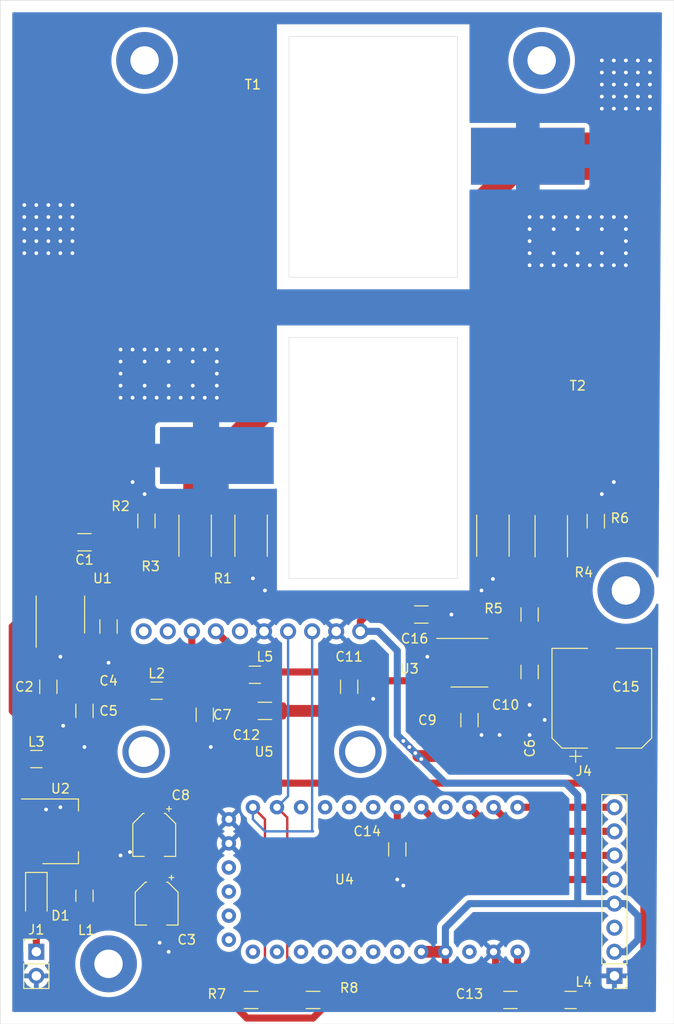
<source format=kicad_pcb>
(kicad_pcb (version 20211014) (generator pcbnew)
  (title_block (title "SWR/Power Meter") (date "15/07/2024") (rev "2") (comment 1 "Richard Hosking ") (comment 2 "VK3BFX") (comment 3 "Added ADS1115 ADC"))
  (layers (0 "F.Cu" signal) (31 "B.Cu" signal) (34 "B.Paste" user) (35 "F.Paste" user) (36 "B.SilkS" user "B.Silkscreen") (37 "F.SilkS" user "F.Silkscreen") (38 "B.Mask" user) (39 "F.Mask" user) (44 "Edge.Cuts" user))
  (net 0 "")
  (net 12 "/3V3")
  (net 13 "Net-(R8-Pad2)")
  (net 14 "Net-(R4-Pad1)")
  (net 15 "Net-(R1-Pad1)")
  (net 17 "Net-(J3-Pad1)")
  (net 18 "Net-(J2-Pad1)")
  (net 19 "Net-(D1-Pad2)")
  (net 20 "Net-(D1-Pad1)")
  (net 21 "Net-(C9-Pad1)")
  (net 22 "Net-(C8-Pad1)")
  (net 23 "Net-(C6-Pad2)")
  (net 24 "Net-(C6-Pad1)")
  (net 25 "Net-(C5-Pad1)")
  (net 26 "Net-(C3-Pad1)")
  (net 27 "Net-(C2-Pad1)")
  (net 28 "Net-(C14-Pad1)")
  (net 29 "Net-(C13-Pad1)")
  (net 30 "Net-(C11-Pad1)")
  (net 31 "Net-(C1-Pad2)")
  (net 32 "Net-(C1-Pad1)")
  (net 33 "GND")
  (net 35 "/SCLK")
  (net 37 "/Reverse")
  (net 42 "/Forward")
  (net 43 "/DisplaySelect")
  (net 44 "/DisplayReset")
  (net 45 "Net-(R7-Pad2)")
  (net 46 "/Data")
  (net 48 "+5V")
  (footprint "Capacitor_SMD:C_1206_3216Metric_Pad1.33x1.80mm_HandSolder" (layer "F.Cu") (at 101.6 101.6 180)
    (fp_text reference "C1")
    (fp_text value "100n" hide)
  )
  (footprint "Capacitor_SMD:C_1206_3216Metric_Pad1.33x1.80mm_HandSolder" (layer "F.Cu") (at 97.79 116.84 -90)
    (fp_text reference "C2")
    (fp_text value "100n" hide)
  )
  (footprint "Capacitor_SMD:CP_Elec_4x5.4" (layer "F.Cu") (at 109.22 139.7 -90)
    (fp_text reference "C3")
    (fp_text value "10u" hide)
  )
  (footprint "Capacitor_SMD:C_1206_3216Metric_Pad1.33x1.80mm_HandSolder" (layer "F.Cu") (at 104.14 110.49 -90)
    (fp_text reference "C4")
    (fp_text value "100n" hide)
  )
  (footprint "Capacitor_SMD:C_1206_3216Metric_Pad1.33x1.80mm_HandSolder" (layer "F.Cu") (at 101.6 119.38 -90)
    (fp_text reference "C5")
    (fp_text value "1n" hide)
  )
  (footprint "Capacitor_SMD:C_1206_3216Metric_Pad1.33x1.80mm_HandSolder" (layer "F.Cu") (at 148.59 109.22 -90)
    (fp_text reference "C6")
    (fp_text value "100n" hide)
  )
  (footprint "Capacitor_SMD:CP_Elec_4x5.4" (layer "F.Cu") (at 108.966 132.461 -90)
    (fp_text reference "C8")
    (fp_text value "10u" hide)
  )
  (footprint "Capacitor_SMD:C_1206_3216Metric_Pad1.33x1.80mm_HandSolder" (layer "F.Cu") (at 142.24 120.3575 -90)
    (fp_text reference "C9")
    (fp_text value "100n" hide)
  )
  (footprint "Capacitor_SMD:C_1206_3216Metric_Pad1.33x1.80mm_HandSolder" (layer "F.Cu") (at 148.59 115.2775 -90)
    (fp_text reference "C10")
    (fp_text value "100n" hide)
  )
  (footprint "Capacitor_SMD:C_1206_3216Metric_Pad1.33x1.80mm_HandSolder" (layer "F.Cu") (at 120.65 119.38)
    (fp_text reference "C12")
    (fp_text value "1n" hide)
  )
  (footprint "Capacitor_SMD:C_1206_3216Metric_Pad1.33x1.80mm_HandSolder" (layer "F.Cu") (at 146.5625 149.86 180)
    (fp_text reference "C13")
    (fp_text value "100n" hide)
  )
  (footprint "Capacitor_SMD:C_1206_3216Metric_Pad1.33x1.80mm_HandSolder" (layer "F.Cu") (at 134.62 133.985 -90)
    (fp_text reference "C14")
    (fp_text value "100n" hide)
  )
  (footprint "Capacitor_SMD:CP_Elec_10x10" (layer "F.Cu") (at 156.21 118.0465 90)
    (fp_text reference "C15")
    (fp_text value "220u")
  )
  (footprint "Diode_SMD:D_1206_3216Metric_Pad1.42x1.75mm_HandSolder" (layer "F.Cu") (at 96.52 138.8745 -90)
    (fp_text reference "D1")
    (fp_text value "1N4001" hide)
  )
  (footprint "Connector_PinHeader_2.54mm:PinHeader_1x02_P2.54mm_Vertical" (layer "F.Cu") (at 96.52 144.78)
    (fp_text reference "J1")
    (fp_text value "Power")
  )
  (footprint "Connector_PinHeader_2.54mm:PinHeader_1x08_P2.54mm_Vertical" (layer "F.Cu") (at 157.5435 147.32 180)
    (fp_text reference "J4")
    (fp_text value "Display")
  )
  (footprint "Inductor_SMD:L_1206_3216Metric_Pad1.42x1.75mm_HandSolder" (layer "F.Cu") (at 101.6 138.8745 90)
    (fp_text reference "L1")
    (fp_text value "100uH" hide)
  )
  (footprint "Inductor_SMD:L_1206_3216Metric_Pad1.42x1.75mm_HandSolder" (layer "F.Cu") (at 96.52 124.46)
    (fp_text reference "L3")
    (fp_text value "100uH" hide)
  )
  (footprint "Inductor_SMD:L_1206_3216Metric_Pad1.42x1.75mm_HandSolder" (layer "F.Cu") (at 152.9125 149.86 180)
    (fp_text reference "L4")
    (fp_text value "100uH" hide)
  )
  (footprint "Inductor_SMD:L_1206_3216Metric_Pad1.42x1.75mm_HandSolder" (layer "F.Cu") (at 119.5975 115.57 180)
    (fp_text reference "L5")
    (fp_text value "100uH" hide)
  )
  (footprint "Resistor_SMD:R_2512_6332Metric_Pad1.40x3.35mm_HandSolder" (layer "F.Cu") (at 119.1895 100.9015 -90)
    (fp_text reference "R1")
    (fp_text value "56R 1W")
  )
  (footprint "Resistor_SMD:R_1206_3216Metric_Pad1.30x1.75mm_HandSolder" (layer "F.Cu") (at 108.1405 99.3515 90)
    (fp_text reference "R2")
    (fp_text value "56R" hide)
  )
  (footprint "Resistor_SMD:R_2512_6332Metric_Pad1.40x3.35mm_HandSolder" (layer "F.Cu") (at 113.284 100.9015 -90)
    (fp_text reference "R3")
    (fp_text value "510R 1W")
  )
  (footprint "Resistor_SMD:R_2512_6332Metric_Pad1.40x3.35mm_HandSolder" (layer "F.Cu") (at 150.876 100.965 -90)
    (fp_text reference "R4")
    (fp_text value "510R 1W" hide)
  )
  (footprint "Resistor_SMD:R_2512_6332Metric_Pad1.40x3.35mm_HandSolder" (layer "F.Cu") (at 144.7165 100.9015 90)
    (fp_text reference "R5")
    (fp_text value "56R 1W" hide)
  )
  (footprint "Resistor_SMD:R_1206_3216Metric_Pad1.30x1.75mm_HandSolder" (layer "F.Cu") (at 155.575 99.3775 -90)
    (fp_text reference "R6")
    (fp_text value "56R" hide)
  )
  (footprint "SWRBridge:SWRVoltageTransformer" (layer "F.Cu") (at 131.8895 60.8965)
    (fp_text reference "T1")
    (fp_text value "1:24T")
  )
  (footprint "SWRBridge:SWRVoltageTransformer" (layer "F.Cu") (at 132.08 92.456 180)
    (fp_text reference "T2")
    (fp_text value "1:24T")
  )
  (footprint "Package_SO:SO-8_3.9x4.9mm_P1.27mm" (layer "F.Cu") (at 99.06 109.22 90)
    (fp_text reference "U1")
    (fp_text value "AD8307")
  )
  (footprint "Package_TO_SOT_SMD:SOT-223-3_TabPin2" (layer "F.Cu") (at 99.06 132.08)
    (fp_text reference "U2")
    (fp_text value "AP1117-50")
  )
  (footprint "Package_SO:SO-8_3.9x4.9mm_P1.27mm" (layer "F.Cu") (at 142.24 114.3)
    (fp_text reference "U3")
    (fp_text value "AD8307")
  )
  (footprint "SWRBridge:AdafruitTrinketPro3V3" (layer "F.Cu") (at 129.54 137.16 -90)
    (fp_text reference "U4")
    (fp_text value "AdafruitProTrinket3V3")
  )
  (footprint "SWRBridge:Pad" (layer "F.Cu") (at 98.171 60.96 180)
    (fp_text reference "J2" hide)
    (fp_text value "Input" hide)
  )
  (footprint "SWRBridge:Pad" (layer "F.Cu") (at 159.004 61.0235)
    (fp_text reference "J3" hide)
    (fp_text value "Antenna" hide)
  )
  (footprint "Resistor_SMD:R_1206_3216Metric" (layer "F.Cu") (at 119.1875 149.86)
    (fp_text reference "R7")
    (fp_text value "4K7" hide)
  )
  (footprint "Capacitor_SMD:C_1206_3216Metric_Pad1.33x1.80mm_HandSolder" (layer "F.Cu") (at 129.54 116.84 -90)
    (fp_text reference "C11")
    (fp_text value "1n" hide)
  )
  (footprint "Capacitor_SMD:C_1206_3216Metric_Pad1.33x1.80mm_HandSolder" (layer "F.Cu") (at 137.16 109.22)
    (fp_text reference "C16")
    (fp_text value "100n" hide)
  )
  (footprint "Module:ADS1115Module" (layer "F.Cu") (at 133.255 108.4515 180)
    (fp_text reference "U5")
    (fp_text value "ADS1115Module")
  )
  (footprint "Resistor_SMD:R_1206_3216Metric" (layer "F.Cu") (at 125.73 149.86 180)
    (fp_text reference "R8")
    (fp_text value "4K7" hide)
  )
  (footprint "Inductor_SMD:L_1206_3216Metric_Pad1.42x1.75mm_HandSolder" (layer "F.Cu") (at 109.22 117.2465)
    (fp_text reference "L2")
    (fp_text value "100uH" hide)
  )
  (footprint "Capacitor_SMD:C_1206_3216Metric_Pad1.33x1.80mm_HandSolder" (layer "F.Cu") (at 114.3 119.7865 -90)
    (fp_text reference "C7")
    (fp_text value "1n" hide)
  )
  (gr_line (start 123.19 105.41) (end 123.19 80.01) (layer "Edge.Cuts") (width 0.05))
  (gr_line (start 140.97 48.26) (end 123.19 48.26) (layer "Edge.Cuts") (width 0.05))
  (gr_line (start 163.83 44.45) (end 92.71 44.45) (layer "Edge.Cuts") (width 0.05))
  (gr_line (start 92.71 152.4) (end 93.98 152.4) (layer "Edge.Cuts") (width 0.05))
  (gr_line (start 163.83 152.4) (end 163.83 44.45) (layer "Edge.Cuts") (width 0.05))
  (gr_line (start 123.19 73.66) (end 140.97 73.66) (layer "Edge.Cuts") (width 0.05))
  (gr_line (start 93.98 152.4) (end 163.83 152.4) (layer "Edge.Cuts") (width 0.05))
  (gr_line (start 123.19 80.01) (end 140.97 80.01) (layer "Edge.Cuts") (width 0.05))
  (gr_line (start 92.71 44.45) (end 92.71 152.4) (layer "Edge.Cuts") (width 0.05))
  (gr_line (start 140.97 80.01) (end 140.97 105.41) (layer "Edge.Cuts") (width 0.05))
  (gr_line (start 140.97 73.66) (end 140.97 48.26) (layer "Edge.Cuts") (width 0.05))
  (gr_line (start 123.19 48.26) (end 123.19 73.66) (layer "Edge.Cuts") (width 0.05))
  (gr_line (start 140.97 105.41) (end 123.19 105.41) (layer "Edge.Cuts") (width 0.05))
  (via (at 149.86 50.8) (size 6) (drill 3) (layers "F.Cu" "B.Cu") (net 0))
  (via (at 158.75 106.68) (size 6) (drill 3) (layers "F.Cu" "B.Cu") (net 0))
  (via (at 107.95 50.8) (size 6) (drill 3) (layers "F.Cu" "B.Cu") (net 0))
  (via (at 104.14 146.05) (size 6) (drill 3) (layers "F.Cu" "B.Cu") (net 0))
  (segment (start 127.1925 149.86) (end 127.1925 150.3025) (width 0.75) (layer "F.Cu") (net 12))
  (segment (start 137.795 149.86) (end 127.1925 149.86) (width 0.75) (layer "F.Cu") (net 12))
  (segment (start 136.525 123.825) (end 135.89 123.19) (width 0.75) (layer "F.Cu") (net 12))
  (segment (start 131.445 109.22) (end 135.5975 109.22) (width 0.75) (layer "F.Cu") (net 12))
  (segment (start 139.7 144.78) (end 139.7 147.955) (width 0.75) (layer "F.Cu") (net 12))
  (segment (start 139.7 147.955) (end 137.795 149.86) (width 0.75) (layer "F.Cu") (net 12))
  (segment (start 136.8425 124.1425) (end 136.525 123.825) (width 0.75) (layer "F.Cu") (net 12))
  (segment (start 130.715 109.95) (end 131.445 109.22) (width 0.75) (layer "F.Cu") (net 12))
  (segment (start 136.8425 124.1425) (end 154.114 124.1425) (width 1.25) (layer "F.Cu") (net 12))
  (segment (start 154.114 124.1425) (end 156.21 122.0465) (width 1.25) (layer "F.Cu") (net 12))
  (segment (start 135.89 123.19) (end 135.255 122.555) (width 0.75) (layer "F.Cu") (net 12))
  (segment (start 130.715 110.9915) (end 130.715 109.95) (width 0.75) (layer "F.Cu") (net 12))
  (segment (start 125.73 151.765) (end 118.745 151.765) (width 0.75) (layer "F.Cu") (net 12))
  (segment (start 137.16 124.46) (end 136.8425 124.1425) (width 0.75) (layer "F.Cu") (net 12))
  (segment (start 137.795 125.095) (end 137.16 124.46) (width 0.75) (layer "F.Cu") (net 12))
  (segment (start 118.745 151.765) (end 117.725 150.745) (width 0.75) (layer "F.Cu") (net 12))
  (segment (start 137.16 144.78) (end 139.7 144.78) (width 1.25) (layer "F.Cu") (net 12))
  (segment (start 117.725 150.745) (end 117.725 149.86) (width 0.75) (layer "F.Cu") (net 12))
  (segment (start 127.1925 150.3025) (end 125.73 151.765) (width 0.75) (layer "F.Cu") (net 12))
  (segment (start 135.255 122.555) (end 134.9375 122.2375) (width 0.75) (layer "F.Cu") (net 12))
  (via (at 135.255 122.555) (size 0.8) (drill 0.4) (layers "F.Cu" "B.Cu") (net 12))
  (via (at 136.525 123.825) (size 0.8) (drill 0.4) (layers "F.Cu" "B.Cu") (net 12))
  (via (at 137.16 124.46) (size 0.8) (drill 0.4) (layers "F.Cu" "B.Cu") (net 12))
  (via (at 135.89 123.19) (size 0.8) (drill 0.4) (layers "F.Cu" "B.Cu") (net 12))
  (segment (start 153.67 139.7) (end 157.5435 139.7) (width 0.75) (layer "B.Cu") (net 12))
  (segment (start 158.75 139.7) (end 157.5435 139.7) (width 0.75) (layer "B.Cu") (net 12))
  (segment (start 130.715 110.9915) (end 132.5815 110.9915) (width 0.75) (layer "B.Cu") (net 12))
  (segment (start 160.02 140.97) (end 158.75 139.7) (width 0.75) (layer "B.Cu") (net 12))
  (segment (start 134.62 121.92) (end 135.255 122.555) (width 0.75) (layer "B.Cu") (net 12))
  (segment (start 152.4 127) (end 153.67 128.27) (width 0.75) (layer "B.Cu") (net 12))
  (segment (start 134.62 113.03) (end 134.62 121.92) (width 0.75) (layer "B.Cu") (net 12))
  (segment (start 160.02 143.51) (end 160.02 140.97) (width 0.75) (layer "B.Cu") (net 12))
  (segment (start 139.7 144.78) (end 139.7 142.24) (width 0.75) (layer "B.Cu") (net 12))
  (segment (start 132.5815 110.9915) (end 134.62 113.03) (width 0.75) (layer "B.Cu") (net 12))
  (segment (start 157.5435 144.78) (end 158.75 144.78) (width 0.75) (layer "B.Cu") (net 12))
  (segment (start 142.24 139.7) (end 153.67 139.7) (width 0.75) (layer "B.Cu") (net 12))
  (segment (start 135.255 122.555) (end 135.89 123.19) (width 0.75) (layer "B.Cu") (net 12))
  (segment (start 158.75 144.78) (end 160.02 143.51) (width 0.75) (layer "B.Cu") (net 12))
  (segment (start 139.7 127) (end 152.4 127) (width 0.75) (layer "B.Cu") (net 12))
  (segment (start 139.7 142.24) (end 142.24 139.7) (width 0.75) (layer "B.Cu") (net 12))
  (segment (start 135.89 123.19) (end 139.7 127) (width 0.75) (layer "B.Cu") (net 12))
  (segment (start 153.67 128.27) (end 153.67 139.7) (width 0.75) (layer "B.Cu") (net 12))
  (segment (start 123.006511 130.626511) (end 121.92 129.54) (width 0.25) (layer "F.Cu") (net 13))
  (segment (start 124.2675 147.763962) (end 123.006511 146.502973) (width 0.25) (layer "F.Cu") (net 13))
  (segment (start 123.006511 146.502973) (end 123.006511 130.626511) (width 0.25) (layer "F.Cu") (net 13))
  (segment (start 124.2675 149.86) (end 124.2675 147.763962) (width 0.25) (layer "F.Cu") (net 13))
  (segment (start 123.095 128.365) (end 121.92 129.54) (width 0.25) (layer "B.Cu") (net 13))
  (segment (start 123.095 110.9915) (end 123.095 128.365) (width 0.25) (layer "B.Cu") (net 13))
  (segment (start 144.7165 97.8515) (end 150.876 97.8515) (width 2.5) (layer "F.Cu") (net 14))
  (segment (start 150.876 97.8515) (end 150.876 94.742) (width 2.5) (layer "F.Cu") (net 14))
  (segment (start 150.876 94.742) (end 148.59 92.456) (width 2.5) (layer "F.Cu") (net 14))
  (segment (start 120.65 87.63) (end 120.65 75.057) (width 2.5) (layer "F.Cu") (net 15))
  (segment (start 115.824 92.456) (end 120.65 87.63) (width 2.5) (layer "F.Cu") (net 15))
  (segment (start 113.284 94.742) (end 115.57 92.456) (width 2.5) (layer "F.Cu") (net 15))
  (segment (start 120.65 75.057) (end 117.9195 72.3265) (width 2.5) (layer "F.Cu") (net 15))
  (segment (start 115.57 92.456) (end 115.824 92.456) (width 2.5) (layer "F.Cu") (net 15))
  (segment (start 113.284 97.8515) (end 113.284 94.742) (width 2.5) (layer "F.Cu") (net 15))
  (segment (start 113.284 97.8515) (end 119.1895 97.8515) (width 2.5) (layer "F.Cu") (net 15))
  (segment (start 143.51 78.74) (end 143.51 65.786) (width 2.5) (layer "F.Cu") (net 17))
  (segment (start 146.05 81.026) (end 145.796 81.026) (width 2.5) (layer "F.Cu") (net 17))
  (segment (start 158.877 60.8965) (end 159.004 61.0235) (width 5) (layer "F.Cu") (net 17))
  (segment (start 148.3995 60.8965) (end 158.877 60.8965) (width 5) (layer "F.Cu") (net 17))
  (segment (start 143.51 65.786) (end 148.3995 60.8965) (width 2.5) (layer "F.Cu") (net 17))
  (segment (start 145.796 81.026) (end 143.51 78.74) (width 2.5) (layer "F.Cu") (net 17))
  (segment (start 98.2345 60.8965) (end 115.3795 60.8965) (width 5) (layer "F.Cu") (net 18))
  (segment (start 98.171 60.96) (end 98.2345 60.8965) (width 5) (layer "F.Cu") (net 18))
  (segment (start 96.52 144.78) (end 96.52 140.362) (width 0.75) (layer "F.Cu") (net 19))
  (segment (start 98.017 137.387) (end 100.992 140.362) (width 0.75) (layer "F.Cu") (net 20))
  (segment (start 100.992 140.362) (end 101.6 140.362) (width 0.75) (layer "F.Cu") (net 20))
  (segment (start 96.52 137.387) (end 98.017 137.387) (width 0.75) (layer "F.Cu") (net 20))
  (segment (start 141.11452 113.214894) (end 141.11452 114.44452) (width 0.75) (layer "F.Cu") (net 21))
  (segment (start 139.665 112.395) (end 140.294626 112.395) (width 0.75) (layer "F.Cu") (net 21))
  (segment (start 141.11452 114.44452) (end 142.24 115.57) (width 0.75) (layer "F.Cu") (net 21))
  (segment (start 142.24 115.57) (end 142.24 118.795) (width 0.75) (layer "F.Cu") (net 21))
  (segment (start 140.294626 112.395) (end 141.11452 113.214894) (width 0.75) (layer "F.Cu") (net 21))
  (segment (start 102.21 128.88) (end 100.33 127) (width 0.75) (layer "F.Cu") (net 22))
  (segment (start 95.0325 125.5125) (end 95.0325 124.46) (width 0.75) (layer "F.Cu") (net 22))
  (segment (start 102.21 132.08) (end 102.87 132.08) (width 0.75) (layer "F.Cu") (net 22))
  (segment (start 104.289 130.661) (end 108.966 130.661) (width 0.75) (layer "F.Cu") (net 22))
  (segment (start 95.91 132.08) (end 102.21 132.08) (width 0.75) (layer "F.Cu") (net 22))
  (segment (start 100.33 127) (end 96.52 127) (width 0.75) (layer "F.Cu") (net 22))
  (segment (start 102.87 132.08) (end 104.289 130.661) (width 0.75) (layer "F.Cu") (net 22))
  (segment (start 102.21 132.08) (end 102.21 128.88) (width 0.75) (layer "F.Cu") (net 22))
  (segment (start 96.52 127) (end 95.0325 125.5125) (width 0.75) (layer "F.Cu") (net 22))
  (segment (start 146.9775 112.395) (end 148.59 110.7825) (width 0.75) (layer "F.Cu") (net 23))
  (segment (start 144.815 112.395) (end 146.9775 112.395) (width 0.75) (layer "F.Cu") (net 23))
  (segment (start 150.876 103.9515) (end 150.876 105.3715) (width 0.75) (layer "F.Cu") (net 24))
  (segment (start 150.876 103.9515) (end 152.551 103.9515) (width 0.75) (layer "F.Cu") (net 24))
  (segment (start 152.551 103.9515) (end 155.575 100.9275) (width 0.75) (layer "F.Cu") (net 24))
  (segment (start 150.876 105.3715) (end 148.59 107.6575) (width 0.75) (layer "F.Cu") (net 24))
  (segment (start 101.6 117.8175) (end 107.1615 117.8175) (width 0.75) (layer "F.Cu") (net 25))
  (segment (start 107.1615 117.8175) (end 107.7325 117.2465) (width 0.75) (layer "F.Cu") (net 25))
  (segment (start 100.965 117.1825) (end 101.6 117.8175) (width 0.75) (layer "F.Cu") (net 25))
  (segment (start 100.965 111.795) (end 100.965 117.1825) (width 0.75) (layer "F.Cu") (net 25))
  (segment (start 108.707 137.387) (end 109.22 137.9) (width 0.75) (layer "F.Cu") (net 26))
  (segment (start 109.22 137.9) (end 109.325 137.795) (width 0.75) (layer "F.Cu") (net 26))
  (segment (start 159.385 127) (end 160.655 128.27) (width 0.75) (layer "F.Cu") (net 26))
  (segment (start 115.57 127) (end 159.385 127) (width 0.75) (layer "F.Cu") (net 26))
  (segment (start 111.76 130.81) (end 115.57 127) (width 0.75) (layer "F.Cu") (net 26))
  (segment (start 98.82 134.38) (end 95.91 134.38) (width 0.75) (layer "F.Cu") (net 26))
  (segment (start 101.6 137.387) (end 101.6 137.16) (width 0.75) (layer "F.Cu") (net 26))
  (segment (start 160.655 149.86) (end 154.4 149.86) (width 0.75) (layer "F.Cu") (net 26))
  (segment (start 160.655 128.27) (end 160.655 149.86) (width 0.75) (layer "F.Cu") (net 26))
  (segment (start 101.6 137.387) (end 108.707 137.387) (width 0.75) (layer "F.Cu") (net 26))
  (segment (start 101.6 137.16) (end 98.82 134.38) (width 0.75) (layer "F.Cu") (net 26))
  (segment (start 111.76 137.795) (end 111.76 130.81) (width 0.75) (layer "F.Cu") (net 26))
  (segment (start 109.325 137.795) (end 111.76 137.795) (width 0.75) (layer "F.Cu") (net 26))
  (segment (start 97.155 111.795) (end 97.155 113.665) (width 0.75) (layer "F.Cu") (net 27))
  (segment (start 97.79 114.3) (end 97.79 115.2775) (width 0.75) (layer "F.Cu") (net 27))
  (segment (start 97.155 113.665) (end 97.79 114.3) (width 0.75) (layer "F.Cu") (net 27))
  (segment (start 134.62 129.54) (end 134.62 132.4225) (width 0.75) (layer "F.Cu") (net 28))
  (segment (start 147.32 144.78) (end 147.32 149.055) (width 0.75) (layer "F.Cu") (net 29))
  (segment (start 147.32 149.055) (end 148.125 149.86) (width 0.75) (layer "F.Cu") (net 29))
  (segment (start 151.425 149.86) (end 148.125 149.86) (width 0.75) (layer "F.Cu") (net 29))
  (segment (start 129.54 115.2775) (end 121.3775 115.2775) (width 0.75) (layer "F.Cu") (net 30))
  (segment (start 121.3775 115.2775) (end 121.085 115.57) (width 0.75) (layer "F.Cu") (net 30))
  (segment (start 139.665 116.205) (end 130.4675 116.205) (width 0.75) (layer "F.Cu") (net 30))
  (segment (start 130.4675 116.205) (end 129.54 115.2775) (width 0.75) (layer "F.Cu") (net 30))
  (segment (start 96.52 102.87) (end 96.52 106.01) (width 0.75) (layer "F.Cu") (net 31))
  (segment (start 96.52 106.01) (end 97.155 106.645) (width 0.75) (layer "F.Cu") (net 31))
  (segment (start 97.79 101.6) (end 96.52 102.87) (width 0.75) (layer "F.Cu") (net 31))
  (segment (start 100.0375 101.6) (end 97.79 101.6) (width 0.75) (layer "F.Cu") (net 31))
  (segment (start 108.1405 100.9015) (end 103.861 100.9015) (width 0.75) (layer "F.Cu") (net 32))
  (segment (start 113.284 103.9515) (end 111.1905 103.9515) (width 0.75) (layer "F.Cu") (net 32))
  (segment (start 111.1905 103.9515) (end 108.1405 100.9015) (width 0.75) (layer "F.Cu") (net 32))
  (segment (start 103.861 100.9015) (end 103.1625 101.6) (width 0.75) (layer "F.Cu") (net 32))
  (segment (start 157.48 95.25) (end 157.48 95.25) (width 0.75) (layer "F.Cu") (net 33))
  (segment (start 156.21 96.52) (end 157.48 95.25) (width 0.75) (layer "F.Cu") (net 33))
  (segment (start 106.68 95.25) (end 106.68 95.25) (width 0.75) (layer "F.Cu") (net 33))
  (segment (start 107.95 96.52) (end 106.68 95.25) (width 0.75) (layer "F.Cu") (net 33))
  (segment (start 144.7165 105.4735) (end 144.7165 105.4735) (width 0.75) (layer "F.Cu") (net 33))
  (segment (start 143.51 106.68) (end 143.51 106.68) (width 0.75) (layer "F.Cu") (net 33))
  (segment (start 120.65 106.68) (end 120.65 106.68) (width 0.75) (layer "F.Cu") (net 33))
  (segment (start 119.38 105.41) (end 120.65 106.68) (width 0.75) (layer "F.Cu") (net 33))
  (segment (start 134.62 135.5475) (end 134.62 137.16) (width 1.25) (layer "F.Cu") (net 33))
  (segment (start 148.59 116.84) (end 148.59 118.745) (width 1.25) (layer "F.Cu") (net 33))
  (segment (start 156.21 114.3) (end 156.21 114.0465) (width 1.25) (layer "F.Cu") (net 33))
  (segment (start 155.575 97.8275) (end 155.575 97.155) (width 0.75) (layer "F.Cu") (net 33))
  (segment (start 98.425 113.03) (end 99.06 113.665) (width 0.75) (layer "F.Cu") (net 33))
  (segment (start 137.795 113.665) (end 137.16 113.665) (width 0.75) (layer "F.Cu") (net 33))
  (segment (start 139.665 113.665) (end 137.795 113.665) (width 0.75) (layer "F.Cu") (net 33))
  (segment (start 108.1405 97.8015) (end 108.1405 96.7105) (width 0.75) (layer "F.Cu") (net 33))
  (segment (start 114.3 122.555) (end 114.935 123.19) (width 1.25) (layer "F.Cu") (net 33))
  (segment (start 119.1895 105.2195) (end 119.38 105.41) (width 0.75) (layer "F.Cu") (net 33))
  (segment (start 144.7165 103.9515) (end 144.7165 105.4735) (width 0.75) (layer "F.Cu") (net 33))
  (segment (start 109.22 143.51) (end 109.5375 143.8275) (width 1.25) (layer "F.Cu") (net 33))
  (segment (start 145.415 121.92) (end 143.51 121.92) (width 1.25) (layer "F.Cu") (net 33))
  (segment (start 97.55 129.78) (end 98.82 129.78) (width 1.25) (layer "F.Cu") (net 33))
  (segment (start 99.3525 120.9425) (end 101.6 120.9425) (width 0.75) (layer "F.Cu") (net 33))
  (segment (start 105.769 134.261) (end 105.41 134.62) (width 1.25) (layer "F.Cu") (net 33))
  (segment (start 129.54 118.4025) (end 131.7875 118.4025) (width 1.25) (layer "F.Cu") (net 33))
  (segment (start 98.425 111.795) (end 98.425 113.03) (width 0.75) (layer "F.Cu") (net 33))
  (segment (start 101.6 120.9425) (end 101.6 123.19) (width 1.25) (layer "F.Cu") (net 33))
  (segment (start 97.79 119.38) (end 99.3525 120.9425) (width 0.75) (layer "F.Cu") (net 33))
  (segment (start 145 145) (end 144.78 144.78) (width 0.75) (layer "F.Cu") (net 33))
  (segment (start 148.59 121.92) (end 145.415 121.92) (width 1.25) (layer "F.Cu") (net 33))
  (segment (start 150.1775 120.3325) (end 148.59 121.92) (width 1.25) (layer "F.Cu") (net 33))
  (segment (start 128.5625 119.38) (end 129.54 118.4025) (width 1.25) (layer "F.Cu") (net 33))
  (segment (start 144.7165 105.4735) (end 143.51 106.68) (width 0.75) (layer "F.Cu") (net 33))
  (segment (start 143.51 121.92) (end 142.24 121.92) (width 1.25) (layer "F.Cu") (net 33))
  (segment (start 95.91 129.78) (end 97.55 129.78) (width 1.25) (layer "F.Cu") (net 33))
  (segment (start 108.966 134.261) (end 106.404 134.261) (width 1.25) (layer "F.Cu") (net 33))
  (segment (start 148.59 118.745) (end 148.59 121.92) (width 1.25) (layer "F.Cu") (net 33))
  (segment (start 104.14 112.0525) (end 104.14 114.3) (width 1.25) (layer "F.Cu") (net 33))
  (segment (start 145 149.86) (end 145 145) (width 0.75) (layer "F.Cu") (net 33))
  (segment (start 97.79 118.4025) (end 97.79 119.38) (width 0.75) (layer "F.Cu") (net 33))
  (segment (start 155.575 97.155) (end 156.21 96.52) (width 0.75) (layer "F.Cu") (net 33))
  (segment (start 138.7225 109.22) (end 140.335 109.22) (width 1.25) (layer "F.Cu") (net 33))
  (segment (start 114.3 121.349) (end 114.3 122.555) (width 1.25) (layer "F.Cu") (net 33))
  (segment (start 109.22 141.5) (end 109.22 143.51) (width 1.25) (layer "F.Cu") (net 33))
  (segment (start 98.82 129.78) (end 99.06 129.54) (width 1.25) (layer "F.Cu") (net 33))
  (segment (start 108.1405 96.7105) (end 107.95 96.52) (width 0.75) (layer "F.Cu") (net 33))
  (segment (start 119.1895 103.9515) (end 119.1895 105.2195) (width 0.75) (layer "F.Cu") (net 33))
  (segment (start 150.1775 120.3325) (end 156.21 114.3) (width 1.25) (layer "F.Cu") (net 33))
  (segment (start 109.5375 143.8275) (end 110.49 144.78) (width 1.25) (layer "F.Cu") (net 33))
  (segment (start 131.7875 118.4025) (end 132.08 118.11) (width 1.25) (layer "F.Cu") (net 33))
  (segment (start 106.404 134.261) (end 105.769 134.261) (width 1.25) (layer "F.Cu") (net 33))
  (segment (start 134.62 137.16) (end 135.255 137.795) (width 1.25) (layer "F.Cu") (net 33))
  (segment (start 122.2125 119.38) (end 128.5625 119.38) (width 1.25) (layer "F.Cu") (net 33))
  (via (at 107.95 86.36) (size 0.8) (drill 0.4) (layers "F.Cu" "B.Cu") (net 33))
  (via (at 110.49 144.78) (size 0.8) (drill 0.4) (layers "F.Cu" "B.Cu") (net 33))
  (via (at 119.38 105.41) (size 0.8) (drill 0.4) (layers "F.Cu" "B.Cu") (net 33))
  (via (at 96.52 66.04) (size 0.8) (drill 0.4) (layers "F.Cu" "B.Cu") (net 33))
  (via (at 113.03 85.09) (size 0.8) (drill 0.4) (layers "F.Cu" "B.Cu") (net 33))
  (via (at 160.02 54.61) (size 0.8) (drill 0.4) (layers "F.Cu" "B.Cu") (net 33))
  (via (at 106.68 95.25) (size 0.8) (drill 0.4) (layers "F.Cu" "B.Cu") (net 33))
  (via (at 99.06 71.12) (size 0.8) (drill 0.4) (layers "F.Cu" "B.Cu") (net 33))
  (via (at 95.25 68.58) (size 0.8) (drill 0.4) (layers "F.Cu" "B.Cu") (net 33))
  (via (at 144.7165 105.4735) (size 0.8) (drill 0.4) (layers "F.Cu" "B.Cu") (net 33))
  (via (at 111.76 81.28) (size 0.8) (drill 0.4) (layers "F.Cu" "B.Cu") (net 33))
  (via (at 115.57 81.28) (size 0.8) (drill 0.4) (layers "F.Cu" "B.Cu") (net 33))
  (via (at 135.255 137.795) (size 0.8) (drill 0.4) (layers "F.Cu" "B.Cu") (net 33))
  (via (at 97.79 68.58) (size 0.8) (drill 0.4) (layers "F.Cu" "B.Cu") (net 33))
  (via (at 157.48 95.25) (size 0.8) (drill 0.4) (layers "F.Cu" "B.Cu") (net 33))
  (via (at 156.21 68.58) (size 0.8) (drill 0.4) (layers "F.Cu" "B.Cu") (net 33))
  (via (at 156.21 54.61) (size 0.8) (drill 0.4) (layers "F.Cu" "B.Cu") (net 33))
  (via (at 156.21 72.39) (size 0.8) (drill 0.4) (layers "F.Cu" "B.Cu") (net 33))
  (via (at 143.51 121.92) (size 0.8) (drill 0.4) (layers "F.Cu" "B.Cu") (net 33))
  (via (at 151.13 68.58) (size 0.8) (drill 0.4) (layers "F.Cu" "B.Cu") (net 33))
  (via (at 158.75 54.61) (size 0.8) (drill 0.4) (layers "F.Cu" "B.Cu") (net 33))
  (via (at 97.79 71.12) (size 0.8) (drill 0.4) (layers "F.Cu" "B.Cu") (net 33))
  (via (at 148.59 121.92) (size 0.8) (drill 0.4) (layers "F.Cu" "B.Cu") (net 33))
  (via (at 99.06 66.04) (size 0.8) (drill 0.4) (layers "F.Cu" "B.Cu") (net 33))
  (via (at 158.75 71.12) (size 0.8) (drill 0.4) (layers "F.Cu" "B.Cu") (net 33))
  (via (at 148.59 68.58) (size 0.8) (drill 0.4) (layers "F.Cu" "B.Cu") (net 33))
  (via (at 99.06 69.85) (size 0.8) (drill 0.4) (layers "F.Cu" "B.Cu") (net 33))
  (via (at 158.75 50.8) (size 0.8) (drill 0.4) (layers "F.Cu" "B.Cu") (net 33))
  (via (at 156.21 67.31) (size 0.8) (drill 0.4) (layers "F.Cu" "B.Cu") (net 33))
  (via (at 148.59 67.31) (size 0.8) (drill 0.4) (layers "F.Cu" "B.Cu") (net 33))
  (via (at 157.48 54.61) (size 0.8) (drill 0.4) (layers "F.Cu" "B.Cu") (net 33))
  (via (at 132.08 118.11) (size 0.8) (drill 0.4) (layers "F.Cu" "B.Cu") (net 33))
  (via (at 151.13 72.39) (size 0.8) (drill 0.4) (layers "F.Cu" "B.Cu") (net 33))
  (via (at 95.25 67.31) (size 0.8) (drill 0.4) (layers "F.Cu" "B.Cu") (net 33))
  (via (at 152.4 72.39) (size 0.8) (drill 0.4) (layers "F.Cu" "B.Cu") (net 33))
  (via (at 161.29 52.07) (size 0.8) (drill 0.4) (layers "F.Cu" "B.Cu") (net 33))
  (via (at 161.29 53.34) (size 0.8) (drill 0.4) (layers "F.Cu" "B.Cu") (net 33))
  (via (at 156.21 55.88) (size 0.8) (drill 0.4) (layers "F.Cu" "B.Cu") (net 33))
  (via (at 105.41 83.82) (size 0.8) (drill 0.4) (layers "F.Cu" "B.Cu") (net 33))
  (via (at 100.33 69.85) (size 0.8) (drill 0.4) (layers "F.Cu" "B.Cu") (net 33))
  (via (at 113.03 81.28) (size 0.8) (drill 0.4) (layers "F.Cu" "B.Cu") (net 33))
  (via (at 114.3 81.28) (size 0.8) (drill 0.4) (layers "F.Cu" "B.Cu") (net 33))
  (via (at 99.3525 120.9425) (size 0.8) (drill 0.4) (layers "F.Cu" "B.Cu") (net 33))
  (via (at 160.02 53.34) (size 0.8) (drill 0.4) (layers "F.Cu" "B.Cu") (net 33))
  (via (at 148.59 72.39) (size 0.8) (drill 0.4) (layers "F.Cu" "B.Cu") (net 33))
  (via (at 95.25 71.12) (size 0.8) (drill 0.4) (layers "F.Cu" "B.Cu") (net 33))
  (via (at 149.86 72.39) (size 0.8) (drill 0.4) (layers "F.Cu" "B.Cu") (net 33))
  (via (at 143.51 106.68) (size 0.8) (drill 0.4) (layers "F.Cu" "B.Cu") (net 33))
  (via (at 106.68 81.28) (size 0.8) (drill 0.4) (layers "F.Cu" "B.Cu") (net 33))
  (via (at 151.13 71.12) (size 0.8) (drill 0.4) (layers "F.Cu" "B.Cu") (net 33))
  (via (at 110.49 86.36) (size 0.8) (drill 0.4) (layers "F.Cu" "B.Cu") (net 33))
  (via (at 107.95 81.28) (size 0.8) (drill 0.4) (layers "F.Cu" "B.Cu") (net 33))
  (via (at 160.02 55.88) (size 0.8) (drill 0.4) (layers "F.Cu" "B.Cu") (net 33))
  (via (at 154.94 67.31) (size 0.8) (drill 0.4) (layers "F.Cu" "B.Cu") (net 33))
  (via (at 158.75 67.31) (size 0.8) (drill 0.4) (layers "F.Cu" "B.Cu") (net 33))
  (via (at 153.67 68.58) (size 0.8) (drill 0.4) (layers "F.Cu" "B.Cu") (net 33))
  (via (at 161.29 50.8) (size 0.8) (drill 0.4) (layers "F.Cu" "B.Cu") (net 33))
  (via (at 97.79 69.85) (size 0.8) (drill 0.4) (layers "F.Cu" "B.Cu") (net 33))
  (via (at 95.25 66.04) (size 0.8) (drill 0.4) (layers "F.Cu" "B.Cu") (net 33))
  (via (at 97.55 129.78) (size 0.8) (drill 0.4) (layers "F.Cu" "B.Cu") (net 33))
  (via (at 154.94 72.39) (size 0.8) (drill 0.4) (layers "F.Cu" "B.Cu") (net 33))
  (via (at 97.79 67.31) (size 0.8) (drill 0.4) (layers "F.Cu" "B.Cu") (net 33))
  (via (at 109.22 86.36) (size 0.8) (drill 0.4) (layers "F.Cu" "B.Cu") (net 33))
  (via (at 161.29 55.88) (size 0.8) (drill 0.4) (layers "F.Cu" "B.Cu") (net 33))
  (via (at 115.57 82.55) (size 0.8) (drill 0.4) (layers "F.Cu" "B.Cu") (net 33))
  (via (at 100.33 67.31) (size 0.8) (drill 0.4) (layers "F.Cu" "B.Cu") (net 33))
  (via (at 152.4 67.31) (size 0.8) (drill 0.4) (layers "F.Cu" "B.Cu") (net 33))
  (via (at 158.75 68.58) (size 0.8) (drill 0.4) (layers "F.Cu" "B.Cu") (net 33))
  (via (at 157.48 52.07) (size 0.8) (drill 0.4) (layers "F.Cu" "B.Cu") (net 33))
  (via (at 110.49 82.55) (size 0.8) (drill 0.4) (layers "F.Cu" "B.Cu") (net 33))
  (via (at 105.41 86.36) (size 0.8) (drill 0.4) (layers "F.Cu" "B.Cu") (net 33))
  (via (at 97.79 66.04) (size 0.8) (drill 0.4) (layers "F.Cu" "B.Cu") (net 33))
  (via (at 157.48 72.39) (size 0.8) (drill 0.4) (layers "F.Cu" "B.Cu") (net 33))
  (via (at 158.75 53.34) (size 0.8) (drill 0.4) (layers "F.Cu" "B.Cu") (net 33))
  (via (at 115.57 85.09) (size 0.8) (drill 0.4) (layers "F.Cu" "B.Cu") (net 33))
  (via (at 149.86 67.31) (size 0.8) (drill 0.4) (layers "F.Cu" "B.Cu") (net 33))
  (via (at 115.57 83.82) (size 0.8) (drill 0.4) (layers "F.Cu" "B.Cu") (net 33))
  (via (at 156.21 71.12) (size 0.8) (drill 0.4) (layers "F.Cu" "B.Cu") (net 33))
  (via (at 157.48 53.34) (size 0.8) (drill 0.4) (layers "F.Cu" "B.Cu") (net 33))
  (via (at 96.52 68.58) (size 0.8) (drill 0.4) (layers "F.Cu" "B.Cu") (net 33))
  (via (at 99.06 67.31) (size 0.8) (drill 0.4) (layers "F.Cu" "B.Cu") (net 33))
  (via (at 151.13 67.31) (size 0.8) (drill 0.4) (layers "F.Cu" "B.Cu") (net 33))
  (via (at 148.59 71.12) (size 0.8) (drill 0.4) (layers "F.Cu" "B.Cu") (net 33))
  (via (at 96.52 71.12) (size 0.8) (drill 0.4) (layers "F.Cu" "B.Cu") (net 33))
  (via (at 107.95 85.09) (size 0.8) (drill 0.4) (layers "F.Cu" "B.Cu") (net 33))
  (via (at 96.52 69.85) (size 0.8) (drill 0.4) (layers "F.Cu" "B.Cu") (net 33))
  (via (at 161.29 54.61) (size 0.8) (drill 0.4) (layers "F.Cu" "B.Cu") (net 33))
  (via (at 106.68 86.36) (size 0.8) (drill 0.4) (layers "F.Cu" "B.Cu") (net 33))
  (via (at 153.67 71.12) (size 0.8) (drill 0.4) (layers "F.Cu" "B.Cu") (net 33))
  (via (at 99.06 68.58) (size 0.8) (drill 0.4) (layers "F.Cu" "B.Cu") (net 33))
  (via (at 96.52 67.31) (size 0.8) (drill 0.4) (layers "F.Cu" "B.Cu") (net 33))
  (via (at 158.75 69.85) (size 0.8) (drill 0.4) (layers "F.Cu" "B.Cu") (net 33))
  (via (at 148.59 118.745) (size 0.8) (drill 0.4) (layers "F.Cu" "B.Cu") (net 33))
  (via (at 100.33 66.04) (size 0.8) (drill 0.4) (layers "F.Cu" "B.Cu") (net 33))
  (via (at 158.75 52.07) (size 0.8) (drill 0.4) (layers "F.Cu" "B.Cu") (net 33))
  (via (at 114.935 123.19) (size 0.8) (drill 0.4) (layers "F.Cu" "B.Cu") (net 33))
  (via (at 104.14 114.3) (size 0.8) (drill 0.4) (layers "F.Cu" "B.Cu") (net 33))
  (via (at 114.3 86.36) (size 0.8) (drill 0.4) (layers "F.Cu" "B.Cu") (net 33))
  (via (at 153.67 72.39) (size 0.8) (drill 0.4) (layers "F.Cu" "B.Cu") (net 33))
  (via (at 156.21 53.34) (size 0.8) (drill 0.4) (layers "F.Cu" "B.Cu") (net 33))
  (via (at 148.59 69.85) (size 0.8) (drill 0.4) (layers "F.Cu" "B.Cu") (net 33))
  (via (at 140.335 109.22) (size 0.8) (drill 0.4) (layers "F.Cu" "B.Cu") (net 33))
  (via (at 145.415 121.92) (size 0.8) (drill 0.4) (layers "F.Cu" "B.Cu") (net 33))
  (via (at 134.62 137.16) (size 0.8) (drill 0.4) (layers "F.Cu" "B.Cu") (net 33))
  (via (at 107.95 96.52) (size 0.8) (drill 0.4) (layers "F.Cu" "B.Cu") (net 33))
  (via (at 158.75 55.88) (size 0.8) (drill 0.4) (layers "F.Cu" "B.Cu") (net 33))
  (via (at 160.02 52.07) (size 0.8) (drill 0.4) (layers "F.Cu" "B.Cu") (net 33))
  (via (at 120.65 106.68) (size 0.8) (drill 0.4) (layers "F.Cu" "B.Cu") (net 33))
  (via (at 160.02 50.8) (size 0.8) (drill 0.4) (layers "F.Cu" "B.Cu") (net 33))
  (via (at 156.21 50.8) (size 0.8) (drill 0.4) (layers "F.Cu" "B.Cu") (net 33))
  (via (at 110.49 81.28) (size 0.8) (drill 0.4) (layers "F.Cu" "B.Cu") (net 33))
  (via (at 105.41 85.09) (size 0.8) (drill 0.4) (layers "F.Cu" "B.Cu") (net 33))
  (via (at 157.48 55.88) (size 0.8) (drill 0.4) (layers "F.Cu" "B.Cu") (net 33))
  (via (at 113.03 86.36) (size 0.8) (drill 0.4) (layers "F.Cu" "B.Cu") (net 33))
  (via (at 106.404 134.261) (size 0.8) (drill 0.4) (layers "F.Cu" "B.Cu") (net 33))
  (via (at 101.6 123.19) (size 0.8) (drill 0.4) (layers "F.Cu" "B.Cu") (net 33))
  (via (at 99.06 113.665) (size 0.8) (drill 0.4) (layers "F.Cu" "B.Cu") (net 33))
  (via (at 156.21 52.07) (size 0.8) (drill 0.4) (layers "F.Cu" "B.Cu") (net 33))
  (via (at 156.21 96.52) (size 0.8) (drill 0.4) (layers "F.Cu" "B.Cu") (net 33))
  (via (at 111.76 86.36) (size 0.8) (drill 0.4) (layers "F.Cu" "B.Cu") (net 33))
  (via (at 100.33 68.58) (size 0.8) (drill 0.4) (layers "F.Cu" "B.Cu") (net 33))
  (via (at 157.48 67.31) (size 0.8) (drill 0.4) (layers "F.Cu" "B.Cu") (net 33))
  (via (at 99.06 129.54) (size 0.8) (drill 0.4) (layers "F.Cu" "B.Cu") (net 33))
  (via (at 110.49 85.09) (size 0.8) (drill 0.4) (layers "F.Cu" "B.Cu") (net 33))
  (via (at 158.75 72.39) (size 0.8) (drill 0.4) (layers "F.Cu" "B.Cu") (net 33))
  (via (at 105.41 82.55) (size 0.8) (drill 0.4) (layers "F.Cu" "B.Cu") (net 33))
  (via (at 109.5375 143.8275) (size 0.8) (drill 0.4) (layers "F.Cu" "B.Cu") (net 33))
  (via (at 105.41 134.62) (size 0.8) (drill 0.4) (layers "F.Cu" "B.Cu") (net 33))
  (via (at 95.25 69.85) (size 0.8) (drill 0.4) (layers "F.Cu" "B.Cu") (net 33))
  (via (at 107.95 82.55) (size 0.8) (drill 0.4) (layers "F.Cu" "B.Cu") (net 33))
  (via (at 113.03 82.55) (size 0.8) (drill 0.4) (layers "F.Cu" "B.Cu") (net 33))
  (via (at 157.48 50.8) (size 0.8) (drill 0.4) (layers "F.Cu" "B.Cu") (net 33))
  (via (at 115.57 86.36) (size 0.8) (drill 0.4) (layers "F.Cu" "B.Cu") (net 33))
  (via (at 153.67 67.31) (size 0.8) (drill 0.4) (layers "F.Cu" "B.Cu") (net 33))
  (via (at 109.22 81.28) (size 0.8) (drill 0.4) (layers "F.Cu" "B.Cu") (net 33))
  (via (at 137.795 113.665) (size 0.8) (drill 0.4) (layers "F.Cu" "B.Cu") (net 33))
  (via (at 105.41 81.28) (size 0.8) (drill 0.4) (layers "F.Cu" "B.Cu") (net 33))
  (via (at 100.33 71.12) (size 0.8) (drill 0.4) (layers "F.Cu" "B.Cu") (net 33))
  (via (at 150.1775 120.3325) (size 0.8) (drill 0.4) (layers "F.Cu" "B.Cu") (net 33))
  (segment (start 148.3995 60.8965) (end 148.3995 64.5795) (width 2.5) (layer "B.Cu") (net 33))
  (segment (start 114.3 97.155) (end 115.57 95.885) (width 2.5) (layer "B.Cu") (net 33))
  (segment (start 114.3 86.36) (end 114.3 97.155) (width 2.5) (layer "B.Cu") (net 33))
  (segment (start 115.57 95.885) (end 115.57 92.456) (width 2.5) (layer "B.Cu") (net 33))
  (segment (start 148.3995 56.0705) (end 148.3995 60.8965) (width 2.5) (layer "B.Cu") (net 33))
  (segment (start 115.57 92.456) (end 106.426 92.456) (width 2.5) (layer "B.Cu") (net 33))
  (segment (start 156.1465 60.8965) (end 148.3995 60.8965) (width 2.5) (layer "B.Cu") (net 33))
  (segment (start 106.426 92.456) (end 106.045 92.075) (width 2.5) (layer "B.Cu") (net 33))
  (segment (start 137.16 129.54) (end 144.78 137.16) (width 0.75) (layer "F.Cu") (net 35))
  (segment (start 144.78 137.16) (end 157.5435 137.16) (width 0.75) (layer "F.Cu") (net 35))
  (segment (start 118.11 115.57) (end 118.11 113.6265) (width 0.75) (layer "F.Cu") (net 37))
  (segment (start 118.11 115.57) (end 118.11 118.4025) (width 0.75) (layer "F.Cu") (net 37))
  (segment (start 118.11 118.4025) (end 119.0875 119.38) (width 0.75) (layer "F.Cu") (net 37))
  (segment (start 118.11 113.6265) (end 115.475 110.9915) (width 0.75) (layer "F.Cu") (net 37))
  (segment (start 112.935 116.859) (end 112.935 110.9915) (width 0.75) (layer "F.Cu") (net 42))
  (segment (start 110.7075 117.2465) (end 113.3225 117.2465) (width 0.75) (layer "F.Cu") (net 42))
  (segment (start 113.3225 117.2465) (end 114.3 118.224) (width 0.75) (layer "F.Cu") (net 42))
  (segment (start 114.3 118.224) (end 112.935 116.859) (width 0.75) (layer "F.Cu") (net 42))
  (segment (start 147.32 132.08) (end 157.5435 132.08) (width 0.75) (layer "F.Cu") (net 43))
  (segment (start 144.78 129.54) (end 147.32 132.08) (width 0.75) (layer "F.Cu") (net 43))
  (segment (start 147.32 129.54) (end 157.5435 129.54) (width 0.75) (layer "F.Cu") (net 44))
  (segment (start 120.65 149.86) (end 120.65 130.81) (width 0.25) (layer "F.Cu") (net 45))
  (segment (start 120.65 130.81) (end 119.38 129.54) (width 0.25) (layer "F.Cu") (net 45))
  (segment (start 119.38 130.81) (end 119.38 129.54) (width 0.25) (layer "B.Cu") (net 45))
  (segment (start 125.73 132.08) (end 120.65 132.08) (width 0.25) (layer "B.Cu") (net 45))
  (segment (start 120.65 132.08) (end 119.38 130.81) (width 0.25) (layer "B.Cu") (net 45))
  (segment (start 125.635 110.9915) (end 125.635 131.985) (width 0.25) (layer "B.Cu") (net 45))
  (segment (start 125.635 131.985) (end 125.73 132.08) (width 0.25) (layer "B.Cu") (net 45))
  (segment (start 147.32 134.62) (end 157.5435 134.62) (width 0.75) (layer "F.Cu") (net 46))
  (segment (start 142.24 129.54) (end 147.32 134.62) (width 0.75) (layer "F.Cu") (net 46))
  (segment (start 144.815 113.665) (end 148.54 113.665) (width 0.75) (layer "F.Cu") (net 48))
  (segment (start 96.52 120.65) (end 95.25 120.65) (width 0.75) (layer "F.Cu") (net 48))
  (segment (start 95.25 109.22) (end 99.06 109.22) (width 0.75) (layer "F.Cu") (net 48))
  (segment (start 123.4825 108.9275) (end 104.14 108.9275) (width 0.75) (layer "F.Cu") (net 48))
  (segment (start 98.0075 122.1375) (end 96.52 120.65) (width 0.75) (layer "F.Cu") (net 48))
  (segment (start 142.24 113.03) (end 142.24 107.95) (width 0.75) (layer "F.Cu") (net 48))
  (segment (start 142.24 107.95) (end 141.605 107.315) (width 0.75) (layer "F.Cu") (net 48))
  (segment (start 100.0375 108.9275) (end 99.695 108.585) (width 0.75) (layer "F.Cu") (net 48))
  (segment (start 95.25 120.65) (end 93.98 119.38) (width 0.75) (layer "F.Cu") (net 48))
  (segment (start 99.025 106.645) (end 99.695 106.645) (width 0.75) (layer "F.Cu") (net 48))
  (segment (start 144.815 113.665) (end 144.815 114.935) (width 0.75) (layer "F.Cu") (net 48))
  (segment (start 93.98 119.38) (end 93.98 110.49) (width 0.75) (layer "F.Cu") (net 48))
  (segment (start 104.14 108.9275) (end 100.0375 108.9275) (width 0.75) (layer "F.Cu") (net 48))
  (segment (start 148.54 113.665) (end 148.59 113.715) (width 0.75) (layer "F.Cu") (net 48))
  (segment (start 98.425 106.645) (end 99.025 106.645) (width 0.75) (layer "F.Cu") (net 48))
  (segment (start 93.98 110.49) (end 95.25 109.22) (width 0.75) (layer "F.Cu") (net 48))
  (segment (start 98.0075 124.46) (end 98.0075 122.1375) (width 0.75) (layer "F.Cu") (net 48))
  (segment (start 99.695 108.585) (end 99.025 107.915) (width 0.75) (layer "F.Cu") (net 48))
  (segment (start 99.06 109.22) (end 99.695 108.585) (width 0.75) (layer "F.Cu") (net 48))
  (segment (start 144.815 114.935) (end 144.145 114.935) (width 0.75) (layer "F.Cu") (net 48))
  (segment (start 99.025 107.915) (end 99.025 106.645) (width 0.75) (layer "F.Cu") (net 48))
  (segment (start 144.145 114.935) (end 142.24 113.03) (width 0.75) (layer "F.Cu") (net 48))
  (segment (start 141.605 107.315) (end 125.095 107.315) (width 0.75) (layer "F.Cu") (net 48))
  (segment (start 125.095 107.315) (end 123.4825 108.9275) (width 0.75) (layer "F.Cu") (net 48))
  (zone (net 33) (net_name "GND") (layer "B.Cu") (name "Ground plane") (connect_pads (clearance 0.508)) (min_thickness 0.254) (fill yes (thermal_gap 0.508) (thermal_bridge_width 0.508))
    (polygon (pts (xy 161.925 151.13) (xy 93.98 151.13) (xy 93.98 45.72) (xy 162.56 45.72)))
  )
  (zone (net 0) (net_name "") (layer "B.Cu") (connect_pads (clearance 0)) (min_thickness 0.254)
    (keepout (tracks not_allowed) (vias not_allowed) (pads allowed) (copperpour not_allowed) (footprints allowed))
    (fill (thermal_gap 0.508) (thermal_bridge_width 0.508))
    (polygon (pts (xy 142.24 106.68) (xy 121.92 106.68) (xy 121.92 78.74) (xy 142.24 78.74)))
  )
  (zone (net 0) (net_name "") (layer "B.Cu") (connect_pads (clearance 0)) (min_thickness 0.254)
    (keepout (tracks not_allowed) (vias not_allowed) (pads allowed) (copperpour not_allowed) (footprints allowed))
    (fill (thermal_gap 0.508) (thermal_bridge_width 0.508))
    (polygon (pts (xy 142.24 74.93) (xy 121.92 74.93) (xy 121.92 46.99) (xy 142.24 46.99)))
  )
)
</source>
